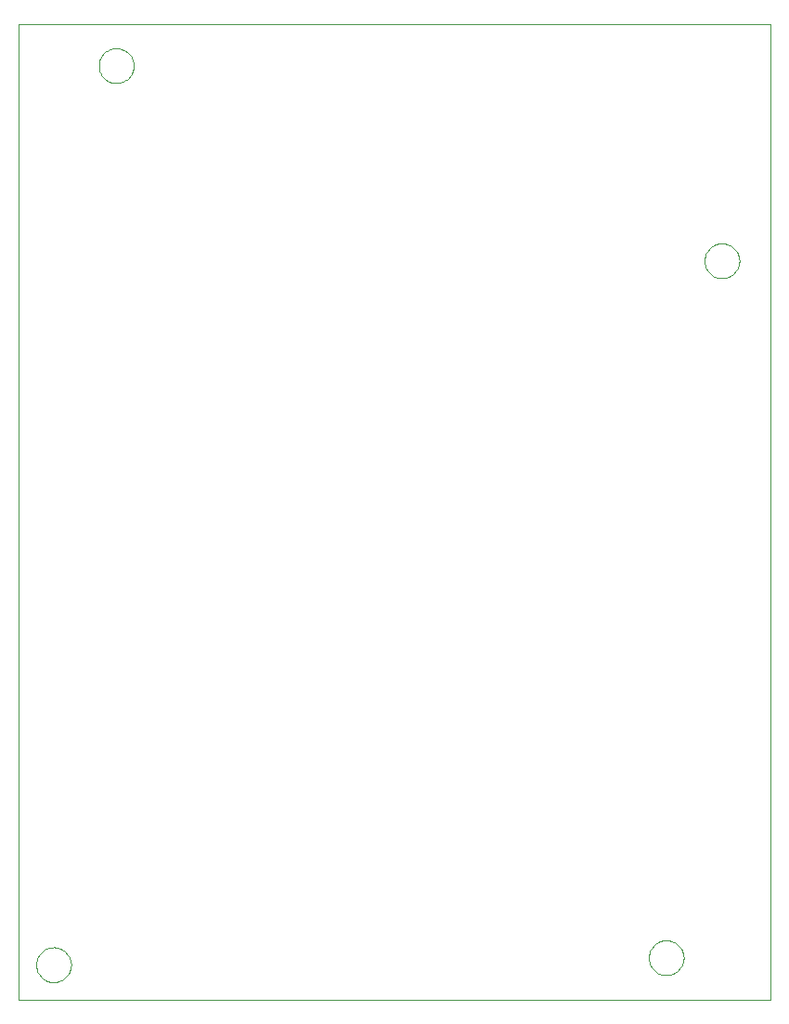
<source format=gbo>
G75*
G70*
%OFA0B0*%
%FSLAX24Y24*%
%IPPOS*%
%LPD*%
%AMOC8*
5,1,8,0,0,1.08239X$1,22.5*
%
%ADD10C,0.0000*%
D10*
X001036Y000234D02*
X001036Y035234D01*
X028036Y035234D01*
X028036Y000234D01*
X001036Y000234D01*
X001661Y001484D02*
X001663Y001534D01*
X001669Y001583D01*
X001679Y001632D01*
X001692Y001679D01*
X001710Y001726D01*
X001731Y001771D01*
X001755Y001814D01*
X001783Y001855D01*
X001814Y001894D01*
X001848Y001930D01*
X001885Y001964D01*
X001925Y001994D01*
X001966Y002021D01*
X002010Y002045D01*
X002055Y002065D01*
X002102Y002081D01*
X002150Y002094D01*
X002199Y002103D01*
X002249Y002108D01*
X002298Y002109D01*
X002348Y002106D01*
X002397Y002099D01*
X002446Y002088D01*
X002493Y002074D01*
X002539Y002055D01*
X002584Y002033D01*
X002627Y002008D01*
X002667Y001979D01*
X002705Y001947D01*
X002741Y001913D01*
X002774Y001875D01*
X002803Y001835D01*
X002829Y001793D01*
X002852Y001749D01*
X002871Y001703D01*
X002887Y001656D01*
X002899Y001607D01*
X002907Y001558D01*
X002911Y001509D01*
X002911Y001459D01*
X002907Y001410D01*
X002899Y001361D01*
X002887Y001312D01*
X002871Y001265D01*
X002852Y001219D01*
X002829Y001175D01*
X002803Y001133D01*
X002774Y001093D01*
X002741Y001055D01*
X002705Y001021D01*
X002667Y000989D01*
X002627Y000960D01*
X002584Y000935D01*
X002539Y000913D01*
X002493Y000894D01*
X002446Y000880D01*
X002397Y000869D01*
X002348Y000862D01*
X002298Y000859D01*
X002249Y000860D01*
X002199Y000865D01*
X002150Y000874D01*
X002102Y000887D01*
X002055Y000903D01*
X002010Y000923D01*
X001966Y000947D01*
X001925Y000974D01*
X001885Y001004D01*
X001848Y001038D01*
X001814Y001074D01*
X001783Y001113D01*
X001755Y001154D01*
X001731Y001197D01*
X001710Y001242D01*
X001692Y001289D01*
X001679Y001336D01*
X001669Y001385D01*
X001663Y001434D01*
X001661Y001484D01*
X023661Y001734D02*
X023663Y001784D01*
X023669Y001833D01*
X023679Y001882D01*
X023692Y001929D01*
X023710Y001976D01*
X023731Y002021D01*
X023755Y002064D01*
X023783Y002105D01*
X023814Y002144D01*
X023848Y002180D01*
X023885Y002214D01*
X023925Y002244D01*
X023966Y002271D01*
X024010Y002295D01*
X024055Y002315D01*
X024102Y002331D01*
X024150Y002344D01*
X024199Y002353D01*
X024249Y002358D01*
X024298Y002359D01*
X024348Y002356D01*
X024397Y002349D01*
X024446Y002338D01*
X024493Y002324D01*
X024539Y002305D01*
X024584Y002283D01*
X024627Y002258D01*
X024667Y002229D01*
X024705Y002197D01*
X024741Y002163D01*
X024774Y002125D01*
X024803Y002085D01*
X024829Y002043D01*
X024852Y001999D01*
X024871Y001953D01*
X024887Y001906D01*
X024899Y001857D01*
X024907Y001808D01*
X024911Y001759D01*
X024911Y001709D01*
X024907Y001660D01*
X024899Y001611D01*
X024887Y001562D01*
X024871Y001515D01*
X024852Y001469D01*
X024829Y001425D01*
X024803Y001383D01*
X024774Y001343D01*
X024741Y001305D01*
X024705Y001271D01*
X024667Y001239D01*
X024627Y001210D01*
X024584Y001185D01*
X024539Y001163D01*
X024493Y001144D01*
X024446Y001130D01*
X024397Y001119D01*
X024348Y001112D01*
X024298Y001109D01*
X024249Y001110D01*
X024199Y001115D01*
X024150Y001124D01*
X024102Y001137D01*
X024055Y001153D01*
X024010Y001173D01*
X023966Y001197D01*
X023925Y001224D01*
X023885Y001254D01*
X023848Y001288D01*
X023814Y001324D01*
X023783Y001363D01*
X023755Y001404D01*
X023731Y001447D01*
X023710Y001492D01*
X023692Y001539D01*
X023679Y001586D01*
X023669Y001635D01*
X023663Y001684D01*
X023661Y001734D01*
X025661Y026734D02*
X025663Y026784D01*
X025669Y026833D01*
X025679Y026882D01*
X025692Y026929D01*
X025710Y026976D01*
X025731Y027021D01*
X025755Y027064D01*
X025783Y027105D01*
X025814Y027144D01*
X025848Y027180D01*
X025885Y027214D01*
X025925Y027244D01*
X025966Y027271D01*
X026010Y027295D01*
X026055Y027315D01*
X026102Y027331D01*
X026150Y027344D01*
X026199Y027353D01*
X026249Y027358D01*
X026298Y027359D01*
X026348Y027356D01*
X026397Y027349D01*
X026446Y027338D01*
X026493Y027324D01*
X026539Y027305D01*
X026584Y027283D01*
X026627Y027258D01*
X026667Y027229D01*
X026705Y027197D01*
X026741Y027163D01*
X026774Y027125D01*
X026803Y027085D01*
X026829Y027043D01*
X026852Y026999D01*
X026871Y026953D01*
X026887Y026906D01*
X026899Y026857D01*
X026907Y026808D01*
X026911Y026759D01*
X026911Y026709D01*
X026907Y026660D01*
X026899Y026611D01*
X026887Y026562D01*
X026871Y026515D01*
X026852Y026469D01*
X026829Y026425D01*
X026803Y026383D01*
X026774Y026343D01*
X026741Y026305D01*
X026705Y026271D01*
X026667Y026239D01*
X026627Y026210D01*
X026584Y026185D01*
X026539Y026163D01*
X026493Y026144D01*
X026446Y026130D01*
X026397Y026119D01*
X026348Y026112D01*
X026298Y026109D01*
X026249Y026110D01*
X026199Y026115D01*
X026150Y026124D01*
X026102Y026137D01*
X026055Y026153D01*
X026010Y026173D01*
X025966Y026197D01*
X025925Y026224D01*
X025885Y026254D01*
X025848Y026288D01*
X025814Y026324D01*
X025783Y026363D01*
X025755Y026404D01*
X025731Y026447D01*
X025710Y026492D01*
X025692Y026539D01*
X025679Y026586D01*
X025669Y026635D01*
X025663Y026684D01*
X025661Y026734D01*
X003911Y033734D02*
X003913Y033784D01*
X003919Y033833D01*
X003929Y033882D01*
X003942Y033929D01*
X003960Y033976D01*
X003981Y034021D01*
X004005Y034064D01*
X004033Y034105D01*
X004064Y034144D01*
X004098Y034180D01*
X004135Y034214D01*
X004175Y034244D01*
X004216Y034271D01*
X004260Y034295D01*
X004305Y034315D01*
X004352Y034331D01*
X004400Y034344D01*
X004449Y034353D01*
X004499Y034358D01*
X004548Y034359D01*
X004598Y034356D01*
X004647Y034349D01*
X004696Y034338D01*
X004743Y034324D01*
X004789Y034305D01*
X004834Y034283D01*
X004877Y034258D01*
X004917Y034229D01*
X004955Y034197D01*
X004991Y034163D01*
X005024Y034125D01*
X005053Y034085D01*
X005079Y034043D01*
X005102Y033999D01*
X005121Y033953D01*
X005137Y033906D01*
X005149Y033857D01*
X005157Y033808D01*
X005161Y033759D01*
X005161Y033709D01*
X005157Y033660D01*
X005149Y033611D01*
X005137Y033562D01*
X005121Y033515D01*
X005102Y033469D01*
X005079Y033425D01*
X005053Y033383D01*
X005024Y033343D01*
X004991Y033305D01*
X004955Y033271D01*
X004917Y033239D01*
X004877Y033210D01*
X004834Y033185D01*
X004789Y033163D01*
X004743Y033144D01*
X004696Y033130D01*
X004647Y033119D01*
X004598Y033112D01*
X004548Y033109D01*
X004499Y033110D01*
X004449Y033115D01*
X004400Y033124D01*
X004352Y033137D01*
X004305Y033153D01*
X004260Y033173D01*
X004216Y033197D01*
X004175Y033224D01*
X004135Y033254D01*
X004098Y033288D01*
X004064Y033324D01*
X004033Y033363D01*
X004005Y033404D01*
X003981Y033447D01*
X003960Y033492D01*
X003942Y033539D01*
X003929Y033586D01*
X003919Y033635D01*
X003913Y033684D01*
X003911Y033734D01*
M02*

</source>
